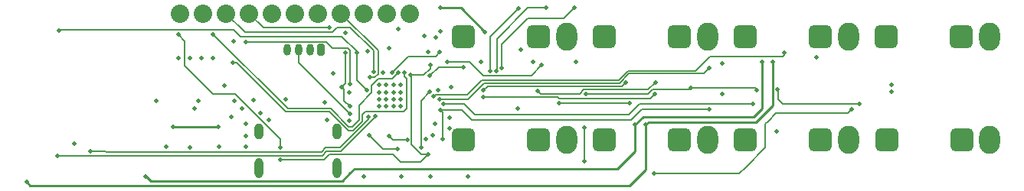
<source format=gbr>
%TF.GenerationSoftware,KiCad,Pcbnew,(6.0.2)*%
%TF.CreationDate,2022-03-16T17:45:16-04:00*%
%TF.ProjectId,cv_sequencer,63765f73-6571-4756-956e-6365722e6b69,0.1*%
%TF.SameCoordinates,Original*%
%TF.FileFunction,Copper,L2,Inr*%
%TF.FilePolarity,Positive*%
%FSLAX46Y46*%
G04 Gerber Fmt 4.6, Leading zero omitted, Abs format (unit mm)*
G04 Created by KiCad (PCBNEW (6.0.2)) date 2022-03-16 17:45:16*
%MOMM*%
%LPD*%
G01*
G04 APERTURE LIST*
G04 Aperture macros list*
%AMRoundRect*
0 Rectangle with rounded corners*
0 $1 Rounding radius*
0 $2 $3 $4 $5 $6 $7 $8 $9 X,Y pos of 4 corners*
0 Add a 4 corners polygon primitive as box body*
4,1,4,$2,$3,$4,$5,$6,$7,$8,$9,$2,$3,0*
0 Add four circle primitives for the rounded corners*
1,1,$1+$1,$2,$3*
1,1,$1+$1,$4,$5*
1,1,$1+$1,$6,$7*
1,1,$1+$1,$8,$9*
0 Add four rect primitives between the rounded corners*
20,1,$1+$1,$2,$3,$4,$5,0*
20,1,$1+$1,$4,$5,$6,$7,0*
20,1,$1+$1,$6,$7,$8,$9,0*
20,1,$1+$1,$8,$9,$2,$3,0*%
G04 Aperture macros list end*
%TA.AperFunction,ComponentPad*%
%ADD10O,0.990600X2.209800*%
%TD*%
%TA.AperFunction,ComponentPad*%
%ADD11O,0.990600X1.803400*%
%TD*%
%TA.AperFunction,ComponentPad*%
%ADD12O,0.800000X1.300000*%
%TD*%
%TA.AperFunction,ComponentPad*%
%ADD13RoundRect,0.200000X0.200000X0.450000X-0.200000X0.450000X-0.200000X-0.450000X0.200000X-0.450000X0*%
%TD*%
%TA.AperFunction,ComponentPad*%
%ADD14O,2.300000X3.100000*%
%TD*%
%TA.AperFunction,ComponentPad*%
%ADD15RoundRect,0.650000X0.650000X-0.650000X0.650000X0.650000X-0.650000X0.650000X-0.650000X-0.650000X0*%
%TD*%
%TA.AperFunction,ComponentPad*%
%ADD16C,2.032000*%
%TD*%
%TA.AperFunction,ComponentPad*%
%ADD17C,0.508000*%
%TD*%
%TA.AperFunction,ViaPad*%
%ADD18C,0.508000*%
%TD*%
%TA.AperFunction,Conductor*%
%ADD19C,0.152400*%
%TD*%
%TA.AperFunction,Conductor*%
%ADD20C,0.254000*%
%TD*%
G04 APERTURE END LIST*
D10*
%TO.N,*%
%TO.C,J4*%
X135735600Y-84527261D03*
X144375600Y-84527261D03*
D11*
X135735600Y-80527260D03*
X144375600Y-80527260D03*
%TD*%
D12*
%TO.N,/MIDI_OUT_SRC*%
%TO.C,J1*%
X138896400Y-71424800D03*
%TO.N,/UART_TX*%
X140146400Y-71424800D03*
%TO.N,/MIDI_SRC*%
X141396400Y-71424800D03*
D13*
%TO.N,/MIDI_SNK*%
X142646400Y-71424800D03*
%TD*%
D14*
%TO.N,GND*%
%TO.C,J12*%
X200942400Y-69977000D03*
D15*
%TO.N,/IO Jacks/CV2_OUT*%
X189542400Y-69977000D03*
%TO.N,unconnected-(J12-PadTN)*%
X197842400Y-69977000D03*
%TD*%
D14*
%TO.N,GND*%
%TO.C,J8*%
X200942400Y-81407000D03*
D15*
%TO.N,/IO Jacks/TRIG2*%
X189542400Y-81407000D03*
%TO.N,unconnected-(J8-PadTN)*%
X197842400Y-81407000D03*
%TD*%
D14*
%TO.N,GND*%
%TO.C,J6*%
X169751200Y-81407000D03*
D15*
%TO.N,/IO Jacks/TRIG0*%
X158351200Y-81407000D03*
%TO.N,unconnected-(J6-PadTN)*%
X166651200Y-81407000D03*
%TD*%
D14*
%TO.N,GND*%
%TO.C,J10*%
X169751200Y-69977000D03*
D15*
%TO.N,/IO Jacks/CV0_OUT*%
X158351200Y-69977000D03*
%TO.N,unconnected-(J10-PadTN)*%
X166651200Y-69977000D03*
%TD*%
D14*
%TO.N,GND*%
%TO.C,J13*%
X216489000Y-69977000D03*
D15*
%TO.N,/IO Jacks/CV3_OUT*%
X205089000Y-69977000D03*
%TO.N,unconnected-(J13-PadTN)*%
X213389000Y-69977000D03*
%TD*%
D14*
%TO.N,GND*%
%TO.C,J9*%
X216538000Y-81407000D03*
D15*
%TO.N,/IO Jacks/TRIG3*%
X205138000Y-81407000D03*
%TO.N,unconnected-(J9-PadTN)*%
X213438000Y-81407000D03*
%TD*%
D14*
%TO.N,GND*%
%TO.C,J11*%
X185346800Y-69977000D03*
D15*
%TO.N,/IO Jacks/CV1_OUT*%
X173946800Y-69977000D03*
%TO.N,unconnected-(J11-PadTN)*%
X182246800Y-69977000D03*
%TD*%
D16*
%TO.N,/LCD_VIN*%
%TO.C,U1*%
X152463500Y-67437000D03*
%TO.N,unconnected-(U1-Pad2)*%
X149923500Y-67437000D03*
%TO.N,GND*%
X147383500Y-67437000D03*
%TO.N,/LCD{slash}SD_SCK*%
X144843500Y-67437000D03*
%TO.N,/SD_SDO*%
X142303500Y-67437000D03*
%TO.N,/LCD{slash}SD_SDI*%
X139763500Y-67437000D03*
%TO.N,/LCD_CS*%
X137223500Y-67437000D03*
%TO.N,/LCD_RST*%
X134683500Y-67437000D03*
%TO.N,/LCD_DC*%
X132143500Y-67437000D03*
%TO.N,/SD_CS*%
X129603500Y-67437000D03*
%TO.N,unconnected-(U1-Pad11)*%
X127063500Y-67437000D03*
%TD*%
D14*
%TO.N,GND*%
%TO.C,J7*%
X185346800Y-81407000D03*
D15*
%TO.N,/IO Jacks/TRIG1*%
X173946800Y-81407000D03*
%TO.N,unconnected-(J7-PadTN)*%
X182246800Y-81407000D03*
%TD*%
D17*
%TO.N,GND*%
%TO.C,U2*%
X151441000Y-75330200D03*
X149041000Y-75330200D03*
X151441000Y-76130200D03*
X150641000Y-76930200D03*
X149041000Y-76930200D03*
X151441000Y-77730200D03*
X149841000Y-76930200D03*
X149841000Y-76130200D03*
X149841000Y-75330200D03*
X151441000Y-76930200D03*
X150638519Y-77730200D03*
X149841000Y-77730200D03*
X150641000Y-76130200D03*
X149041000Y-76130200D03*
X150641000Y-75330200D03*
X149041000Y-77730200D03*
%TD*%
D18*
%TO.N,VCC*%
X167030400Y-73152000D03*
%TO.N,GND*%
X170789600Y-72796400D03*
X164693600Y-71424800D03*
X166065200Y-72745600D03*
X135128000Y-77012800D03*
%TO.N,/STAT_LED*%
X154635200Y-76098400D03*
X153670000Y-82245200D03*
%TO.N,GND*%
X154990800Y-80924400D03*
%TO.N,Net-(R5-Pad1)*%
X147980400Y-80924400D03*
X151079200Y-82397600D03*
%TO.N,/IO Jacks/CVx_REF*%
X171881300Y-76352400D03*
%TO.N,VDD*%
X126238000Y-79959200D03*
X131253215Y-79959200D03*
%TO.N,VCC*%
X132943600Y-70459600D03*
%TO.N,GND*%
X205689200Y-76098400D03*
X205689200Y-75336400D03*
%TO.N,/IO Jacks/VREF_5V0*%
X179425600Y-85140800D03*
X201320400Y-78028800D03*
%TO.N,/IO Jacks/CVx_REF*%
X183489600Y-75692000D03*
X190804800Y-75895200D03*
X193090800Y-75844400D03*
X202133200Y-77470000D03*
%TO.N,/VREG_1V2*%
X155752800Y-71678800D03*
X150469600Y-73964800D03*
%TO.N,GND*%
X128168400Y-82245200D03*
X156819600Y-80162400D03*
X151130000Y-69138800D03*
X160324800Y-72796400D03*
X197408800Y-72288400D03*
X126898400Y-72339200D03*
X143256000Y-79197200D03*
X154736800Y-85445600D03*
X154228800Y-81330800D03*
X124409200Y-77063600D03*
X157022800Y-75539600D03*
X154025600Y-69900800D03*
X158851600Y-85445600D03*
X143967200Y-74015600D03*
X156819600Y-78994000D03*
X186994800Y-72948800D03*
X115316000Y-81838800D03*
X147320000Y-85445600D03*
X155295600Y-70053200D03*
X186944000Y-76352400D03*
X138734800Y-76962000D03*
X129438400Y-72339200D03*
X128625600Y-77927200D03*
X143002000Y-77266800D03*
X150114000Y-71221600D03*
X129082800Y-77063600D03*
X192989200Y-80467200D03*
X131352722Y-82194262D03*
X147777200Y-71577200D03*
X128168400Y-72339200D03*
X130708400Y-72339200D03*
X164338000Y-77978000D03*
X136855200Y-79197200D03*
X125526800Y-82143600D03*
X149478500Y-73964800D03*
X133858000Y-77978000D03*
X134315200Y-82143600D03*
X151485600Y-85445600D03*
%TO.N,VCC*%
X132740400Y-78841600D03*
X135890000Y-78435200D03*
X134315200Y-80975200D03*
X156565600Y-72770500D03*
X145338800Y-69545200D03*
X133045200Y-77114400D03*
X131978400Y-75387200D03*
X155854400Y-69392800D03*
X155549600Y-75895200D03*
X134315200Y-79654400D03*
X155194000Y-79603600D03*
X145717084Y-79326916D03*
X154432000Y-71678800D03*
X145724041Y-76178841D03*
%TO.N,VSS*%
X192532000Y-72745600D03*
X110083600Y-86106000D03*
X178511200Y-79756000D03*
%TO.N,/VREG_1V2*%
X152146000Y-81381600D03*
X150160107Y-81011647D03*
%TO.N,/5V3*%
X155803600Y-66802000D03*
X160731200Y-69443600D03*
%TO.N,VDD*%
X123240800Y-85445600D03*
X177342800Y-79756000D03*
X191363600Y-72745600D03*
%TO.N,/ENC_1*%
X113487200Y-83159600D03*
X148640800Y-78790800D03*
%TO.N,/ENC_0*%
X147878800Y-78841600D03*
X117144800Y-82651600D03*
%TO.N,/ENC_BTN*%
X146558000Y-71729600D03*
X147675600Y-75895200D03*
X113639600Y-69342000D03*
%TO.N,/SWDIO*%
X151820843Y-73985157D03*
X132842000Y-72898000D03*
%TO.N,/SWCLK*%
X130708400Y-69748400D03*
X151130000Y-73990700D03*
%TO.N,/~{RESET}*%
X138125200Y-82271100D03*
X152476202Y-74244213D03*
X126847600Y-69748400D03*
X154482793Y-83007200D03*
X138125200Y-83641700D03*
X154686000Y-73101200D03*
%TO.N,/IO Jacks/VREF_5V0*%
X171754800Y-80060800D03*
X171754800Y-83820000D03*
%TO.N,/IO_TRIG0*%
X155854400Y-78130400D03*
X156057600Y-81330800D03*
X185572400Y-78028800D03*
%TO.N,/IO_TRIG1*%
X155702000Y-76911200D03*
X185572400Y-73456800D03*
%TO.N,/IO_TRIG2*%
X156182731Y-77472290D03*
X190398400Y-77419200D03*
%TO.N,/IO_TRIG3*%
X155092400Y-76606400D03*
X193852800Y-71780400D03*
%TO.N,/LCD{slash}SD_SCK*%
X148031200Y-74472800D03*
%TO.N,/LCD_RST*%
X143510000Y-68986400D03*
%TO.N,/LCD_DC*%
X148437600Y-73914000D03*
%TO.N,/SD_CS*%
X145846800Y-75234800D03*
X134315200Y-70561200D03*
%TO.N,/IO_SDI*%
X162584900Y-73456800D03*
X154660549Y-74334886D03*
X158394400Y-73406000D03*
X170637200Y-66802000D03*
%TO.N,/IO_SCK*%
X161290000Y-73812400D03*
X164439600Y-66852800D03*
%TO.N,/IO Jacks/DAC_VOUT0*%
X168960800Y-77317600D03*
X176733200Y-77317600D03*
%TO.N,/IO_SDO*%
X162001200Y-73812400D03*
X167487600Y-66802000D03*
%TO.N,/IO Jacks/DAC_VOUT1*%
X176326800Y-75082400D03*
X160578800Y-75946000D03*
%TO.N,/IO Jacks/DAC_VOUT2*%
X179628800Y-75031600D03*
X166573200Y-75996800D03*
%TO.N,/IO Jacks/DAC_VOUT3*%
X160578800Y-76657200D03*
X179527200Y-76352400D03*
%TO.N,/UART_TX*%
X145846800Y-78536800D03*
%TO.N,/UART_RX*%
X145338800Y-71729600D03*
X144932400Y-75590400D03*
X145846800Y-77724000D03*
%TD*%
D19*
%TO.N,/IO Jacks/DAC_VOUT2*%
X178790111Y-75870289D02*
X179628800Y-75031600D01*
X171199491Y-76352400D02*
X171681602Y-75870289D01*
X166928800Y-76352400D02*
X171199491Y-76352400D01*
X171681602Y-75870289D02*
X178790111Y-75870289D01*
X166573200Y-75996800D02*
X166928800Y-76352400D01*
%TO.N,VCC*%
X159028900Y-72770500D02*
X156565600Y-72770500D01*
X160578800Y-74320400D02*
X159028900Y-72770500D01*
X165862000Y-74320400D02*
X160578800Y-74320400D01*
X167030400Y-73152000D02*
X165862000Y-74320400D01*
%TO.N,/IO_SDO*%
X165506400Y-66802000D02*
X167487600Y-66802000D01*
X162102800Y-70205600D02*
X165506400Y-66802000D01*
X162001200Y-73812400D02*
X162102800Y-73710800D01*
X162102800Y-73710800D02*
X162102800Y-70205600D01*
%TO.N,/IO Jacks/DAC_VOUT0*%
X168960800Y-77317600D02*
X176733200Y-77317600D01*
%TO.N,/STAT_LED*%
X153670000Y-77063600D02*
X154635200Y-76098400D01*
X153670000Y-82245200D02*
X153670000Y-77063600D01*
%TO.N,/~{RESET}*%
X152628111Y-74396122D02*
X152476202Y-74244213D01*
X152628111Y-81965311D02*
X152628111Y-74396122D01*
X153670000Y-83007200D02*
X152628111Y-81965311D01*
X154482793Y-83007200D02*
X153670000Y-83007200D01*
%TO.N,Net-(R5-Pad1)*%
X149453600Y-82397600D02*
X147980400Y-80924400D01*
X151079200Y-82397600D02*
X149453600Y-82397600D01*
%TO.N,/~{RESET}*%
X154686000Y-73507600D02*
X154686000Y-73101200D01*
X153949387Y-74244213D02*
X154686000Y-73507600D01*
X152476202Y-74244213D02*
X153949387Y-74244213D01*
%TO.N,/IO Jacks/DAC_VOUT3*%
X179044111Y-76835489D02*
X168906498Y-76835489D01*
X179527200Y-76352400D02*
X179044111Y-76835489D01*
X168906498Y-76835489D02*
X168728209Y-76657200D01*
X168728209Y-76657200D02*
X160578800Y-76657200D01*
%TO.N,/IO Jacks/CVx_REF*%
X183337200Y-75844400D02*
X183489600Y-75692000D01*
X178738374Y-76352400D02*
X179246374Y-75844400D01*
X179246374Y-75844400D02*
X183337200Y-75844400D01*
X171881300Y-76352400D02*
X178738374Y-76352400D01*
D20*
%TO.N,VDD*%
X131253215Y-79959200D02*
X126238000Y-79959200D01*
D19*
%TO.N,/IO Jacks/VREF_5V0*%
X188874400Y-85140800D02*
X179425600Y-85140800D01*
X189585600Y-84429600D02*
X188874400Y-85140800D01*
X191719200Y-82296000D02*
X189585600Y-84429600D01*
X191719200Y-81381600D02*
X191719200Y-82296000D01*
X191719200Y-79654400D02*
X191719200Y-81381600D01*
X192024000Y-79349600D02*
X191719200Y-79654400D01*
X197612000Y-78486000D02*
X192887600Y-78486000D01*
X201320400Y-78028800D02*
X200863200Y-78486000D01*
X200863200Y-78486000D02*
X197612000Y-78486000D01*
X192887600Y-78486000D02*
X192024000Y-79349600D01*
%TO.N,/IO Jacks/CVx_REF*%
X190601600Y-75692000D02*
X183489600Y-75692000D01*
X190804800Y-75895200D02*
X190601600Y-75692000D01*
X193141600Y-75895200D02*
X193090800Y-75844400D01*
X193141600Y-76962000D02*
X193141600Y-75895200D01*
X193649600Y-77470000D02*
X193141600Y-76962000D01*
X202133200Y-77470000D02*
X193649600Y-77470000D01*
%TO.N,/IO_TRIG1*%
X158851600Y-76911200D02*
X155702000Y-76911200D01*
X175594191Y-75133200D02*
X160629600Y-75133200D01*
X176660991Y-74066400D02*
X175594191Y-75133200D01*
X160629600Y-75133200D02*
X158851600Y-76911200D01*
X184962800Y-74066400D02*
X176660991Y-74066400D01*
X185572400Y-73456800D02*
X184962800Y-74066400D01*
%TO.N,/IO_TRIG3*%
X155295600Y-76403200D02*
X155092400Y-76606400D01*
X158750000Y-76403200D02*
X155295600Y-76403200D01*
X160375600Y-74777600D02*
X158750000Y-76403200D01*
X175519417Y-74777600D02*
X160375600Y-74777600D01*
X183997120Y-73762080D02*
X176534937Y-73762080D01*
X192731698Y-72161889D02*
X185597311Y-72161889D01*
X192735200Y-72158387D02*
X192731698Y-72161889D01*
X185597311Y-72161889D02*
X183997120Y-73762080D01*
X193678013Y-72158387D02*
X192735200Y-72158387D01*
X193852800Y-71780400D02*
X193852800Y-71983600D01*
X193852800Y-71983600D02*
X193678013Y-72158387D01*
X176534937Y-73762080D02*
X175519417Y-74777600D01*
%TO.N,/VREG_1V2*%
X155270689Y-72160911D02*
X155752800Y-71678800D01*
X152273489Y-72160911D02*
X155270689Y-72160911D01*
X150469600Y-73964800D02*
X152273489Y-72160911D01*
D20*
%TO.N,VSS*%
X176733200Y-86461600D02*
X110439200Y-86461600D01*
X192532000Y-77622400D02*
X192532000Y-72644000D01*
X110439200Y-86461600D02*
X110083600Y-86106000D01*
X178511200Y-79756000D02*
X178511200Y-84683600D01*
X190703200Y-79451200D02*
X192532000Y-77622400D01*
X178511200Y-84683600D02*
X176733200Y-86461600D01*
X178816000Y-79451200D02*
X190703200Y-79451200D01*
X178511200Y-79756000D02*
X178816000Y-79451200D01*
D19*
%TO.N,/VREG_1V2*%
X150530060Y-81381600D02*
X152146000Y-81381600D01*
X150160107Y-81011647D02*
X150530060Y-81381600D01*
D20*
%TO.N,/5V3*%
X158089600Y-66802000D02*
X155752800Y-66802000D01*
X160731200Y-69443600D02*
X158089600Y-66802000D01*
%TO.N,VDD*%
X145846800Y-85090000D02*
X146304000Y-84632800D01*
X146304000Y-84632800D02*
X148285200Y-84632800D01*
X191363600Y-77927200D02*
X190449200Y-78841600D01*
X123291600Y-85445600D02*
X123799600Y-85953600D01*
X175412400Y-84632800D02*
X176733200Y-83312000D01*
X191363600Y-72644000D02*
X191363600Y-77927200D01*
X123799600Y-85953600D02*
X144983200Y-85953600D01*
X178257200Y-78841600D02*
X177342800Y-79756000D01*
X144983200Y-85953600D02*
X145846800Y-85090000D01*
X176733200Y-83312000D02*
X177342800Y-82702400D01*
X148285200Y-84632800D02*
X175412400Y-84632800D01*
X123240800Y-85445600D02*
X123291600Y-85445600D01*
X177342800Y-82702400D02*
X177342800Y-79756000D01*
X190449200Y-78841600D02*
X178257200Y-78841600D01*
D19*
%TO.N,/ENC_1*%
X143231227Y-82676373D02*
X142748000Y-83159600D01*
X142748000Y-83159600D02*
X113487200Y-83159600D01*
X148640800Y-78790800D02*
X148640800Y-78841600D01*
X148640800Y-78841600D02*
X144806027Y-82676373D01*
X144806027Y-82676373D02*
X143231227Y-82676373D01*
%TO.N,/ENC_0*%
X143154400Y-82296000D02*
X144756026Y-82296000D01*
X118872000Y-82753200D02*
X142697200Y-82753200D01*
X147878800Y-79173226D02*
X147878800Y-78841600D01*
X144756026Y-82296000D02*
X147878800Y-79173226D01*
X118770400Y-82651600D02*
X118872000Y-82753200D01*
X117144800Y-82651600D02*
X118770400Y-82651600D01*
X142697200Y-82753200D02*
X143154400Y-82296000D01*
%TO.N,/ENC_BTN*%
X133705600Y-70002400D02*
X144932400Y-70002400D01*
X146558000Y-71729600D02*
X146558000Y-74777600D01*
X113715311Y-69266289D02*
X130073889Y-69266289D01*
X146558000Y-74777600D02*
X147675600Y-75895200D01*
X146558000Y-71628000D02*
X146558000Y-71729600D01*
X144932400Y-70002400D02*
X146558000Y-71628000D01*
X130073889Y-69266289D02*
X132969489Y-69266289D01*
X113639600Y-69342000D02*
X113715311Y-69266289D01*
X132969489Y-69266289D02*
X133705600Y-70002400D01*
%TO.N,/SWDIO*%
X152095200Y-77927200D02*
X151739600Y-78282800D01*
X138684000Y-78282800D02*
X133299200Y-72898000D01*
X151739600Y-78282800D02*
X147523200Y-78282800D01*
X147218400Y-78587600D02*
X147218400Y-79349600D01*
X147523200Y-78282800D02*
X147218400Y-78587600D01*
X151820843Y-73985157D02*
X151820843Y-74401643D01*
X146151600Y-80416400D02*
X145694400Y-80416400D01*
X133299200Y-72898000D02*
X132842000Y-72898000D01*
X152095200Y-74676000D02*
X152095200Y-77927200D01*
X147218400Y-79349600D02*
X146151600Y-80416400D01*
X143560800Y-78282800D02*
X138684000Y-78282800D01*
X151820843Y-74401643D02*
X152095200Y-74676000D01*
X145694400Y-80416400D02*
X143560800Y-78282800D01*
%TO.N,/SWCLK*%
X150444700Y-74676000D02*
X148945600Y-74676000D01*
X148945600Y-74676000D02*
X148234400Y-75387200D01*
X143686374Y-77978000D02*
X138938000Y-77978000D01*
X146812000Y-77571600D02*
X146812000Y-79248000D01*
X146100800Y-79959200D02*
X145667574Y-79959200D01*
X148234400Y-75387200D02*
X148234400Y-76149200D01*
X138938000Y-77978000D02*
X130708400Y-69748400D01*
X145667574Y-79959200D02*
X143686374Y-77978000D01*
X146812000Y-79248000D02*
X146100800Y-79959200D01*
X148234400Y-76149200D02*
X146812000Y-77571600D01*
X150444700Y-74676000D02*
X151130000Y-73990700D01*
%TO.N,/~{RESET}*%
X138125200Y-82271100D02*
X138125200Y-81352209D01*
X138125200Y-81352209D02*
X135178800Y-78405809D01*
X138125200Y-83641700D02*
X142926300Y-83641700D01*
X142926300Y-83641700D02*
X143510000Y-83058000D01*
X135178800Y-78405809D02*
X135178800Y-78384400D01*
X127558800Y-70459600D02*
X126847600Y-69748400D01*
X153594282Y-83895711D02*
X154482793Y-83007200D01*
X150571200Y-83058000D02*
X151408911Y-83895711D01*
X143510000Y-83058000D02*
X150571200Y-83058000D01*
X127558800Y-73202800D02*
X127558800Y-70459600D01*
X135178800Y-78384400D02*
X133096000Y-76301600D01*
X133096000Y-76301600D02*
X130657600Y-76301600D01*
X130657600Y-76301600D02*
X127558800Y-73202800D01*
X151408911Y-83895711D02*
X153594282Y-83895711D01*
%TO.N,/IO Jacks/VREF_5V0*%
X171754800Y-83820000D02*
X171754800Y-80060800D01*
%TO.N,/IO_TRIG0*%
X156057600Y-81330800D02*
X156057600Y-78333600D01*
X159258000Y-79197200D02*
X176885600Y-79197200D01*
X156057600Y-78333600D02*
X155854400Y-78130400D01*
X178054000Y-78028800D02*
X185572400Y-78028800D01*
X158191200Y-78130400D02*
X159258000Y-79197200D01*
X176885600Y-79197200D02*
X178054000Y-78028800D01*
X155854400Y-78130400D02*
X158191200Y-78130400D01*
%TO.N,/IO_TRIG2*%
X177850800Y-77419200D02*
X190398400Y-77419200D01*
X176631600Y-78638400D02*
X177850800Y-77419200D01*
X159613600Y-78638400D02*
X176631600Y-78638400D01*
X158447490Y-77472290D02*
X159613600Y-78638400D01*
X156182731Y-77472290D02*
X158447490Y-77472290D01*
%TO.N,/LCD{slash}SD_SCK*%
X148560609Y-74472800D02*
X148919711Y-74113698D01*
X148919711Y-74113698D02*
X148919711Y-71513211D01*
X148031200Y-74472800D02*
X148560609Y-74472800D01*
X148919711Y-71513211D02*
X144843500Y-67437000D01*
%TO.N,/LCD_RST*%
X136232900Y-68986400D02*
X134683500Y-67437000D01*
X143510000Y-68986400D02*
X136232900Y-68986400D01*
%TO.N,/LCD_DC*%
X148437600Y-73914000D02*
X148437600Y-71555791D01*
X144424400Y-68935600D02*
X143865600Y-69494400D01*
X143865600Y-69494400D02*
X134200900Y-69494400D01*
X134200900Y-69494400D02*
X132143500Y-67437000D01*
X148437600Y-71555791D02*
X145817409Y-68935600D01*
X145817409Y-68935600D02*
X144424400Y-68935600D01*
%TO.N,/SD_CS*%
X143190680Y-70546680D02*
X134300680Y-70546680D01*
X145538498Y-71247489D02*
X143891489Y-71247489D01*
X145846800Y-71555791D02*
X145538498Y-71247489D01*
X143891489Y-71247489D02*
X143190680Y-70546680D01*
X145846800Y-75234800D02*
X145846800Y-71555791D01*
%TO.N,/IO_SDI*%
X162584900Y-70841100D02*
X163677600Y-69748400D01*
X154660549Y-74334886D02*
X155640235Y-73355200D01*
X158343600Y-73355200D02*
X158394400Y-73406000D01*
X155640235Y-73355200D02*
X158343600Y-73355200D01*
X166674800Y-67970400D02*
X169468800Y-67970400D01*
X165455600Y-67970400D02*
X166674800Y-67970400D01*
X163677600Y-69748400D02*
X165455600Y-67970400D01*
X169468800Y-67970400D02*
X170637200Y-66802000D01*
X162584900Y-73456800D02*
X162584900Y-70841100D01*
%TO.N,/IO_SCK*%
X161290000Y-73812400D02*
X161290000Y-70002400D01*
X161290000Y-70002400D02*
X164439600Y-66852800D01*
%TO.N,/IO Jacks/DAC_VOUT1*%
X176326800Y-75082400D02*
X175920400Y-75488800D01*
X175920400Y-75488800D02*
X161036000Y-75488800D01*
X161036000Y-75488800D02*
X160578800Y-75946000D01*
%TO.N,/UART_TX*%
X140146400Y-72836400D02*
X140146400Y-71424800D01*
X145846800Y-78536800D02*
X140146400Y-72836400D01*
%TO.N,/UART_RX*%
X145186400Y-77063600D02*
X145186400Y-75844400D01*
X145846800Y-77724000D02*
X145186400Y-77063600D01*
X145338800Y-75184000D02*
X144932400Y-75590400D01*
X145186400Y-75844400D02*
X144932400Y-75590400D01*
X145338800Y-71729600D02*
X145338800Y-75184000D01*
%TD*%
M02*

</source>
